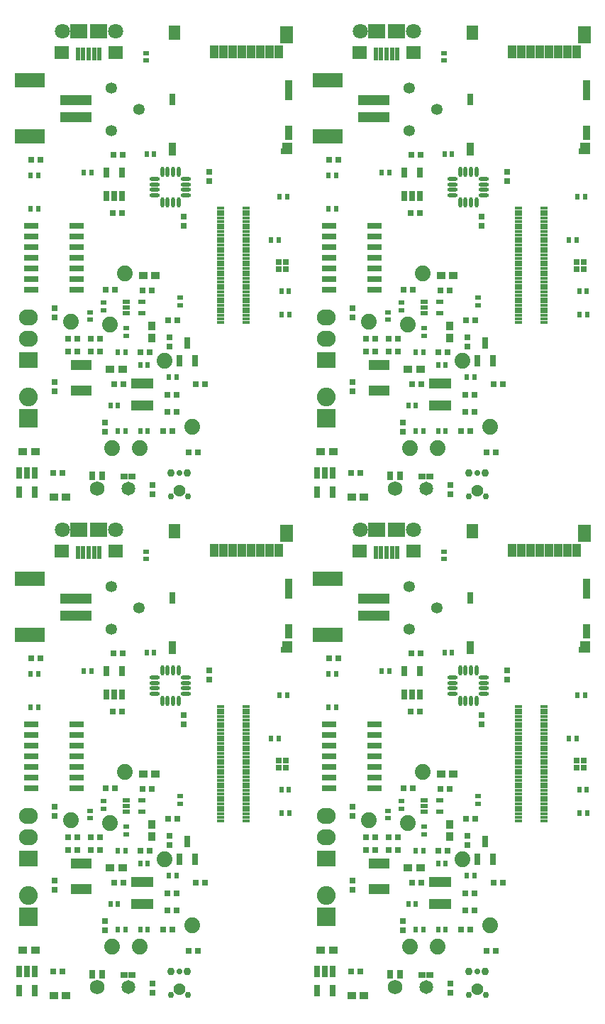
<source format=gbr>
G04 #@! TF.FileFunction,Soldermask,Top*
%FSLAX46Y46*%
G04 Gerber Fmt 4.6, Leading zero omitted, Abs format (unit mm)*
G04 Created by KiCad (PCBNEW 0.201601221447+6507~42~ubuntu15.10.1-product) date Fri 22 Jan 2016 07:17:07 PM EST*
%MOMM*%
G01*
G04 APERTURE LIST*
%ADD10C,0.100000*%
%ADD11R,2.103200X1.803200*%
%ADD12R,1.803200X1.603200*%
%ADD13R,0.603200X1.553200*%
%ADD14C,1.803200*%
%ADD15R,0.703200X0.803200*%
%ADD16R,0.603200X0.803200*%
%ADD17R,1.753200X0.803200*%
%ADD18R,0.803200X0.703200*%
%ADD19R,0.803200X1.003200*%
%ADD20C,1.753200*%
%ADD21R,0.853200X0.748200*%
%ADD22C,1.653200*%
%ADD23C,0.926200*%
%ADD24C,0.765200*%
%ADD25C,0.715200*%
%ADD26C,1.427200*%
%ADD27R,0.653200X0.653200*%
%ADD28R,2.235200X2.235200*%
%ADD29O,2.235200X2.235200*%
%ADD30R,0.803200X0.603200*%
%ADD31R,1.003200X1.603200*%
%ADD32R,1.553200X2.003200*%
%ADD33R,1.363200X1.703200*%
%ADD34R,0.853200X2.343200*%
%ADD35R,0.803200X1.353200*%
%ADD36R,0.853200X1.803200*%
%ADD37R,0.853200X1.503200*%
%ADD38R,1.303200X0.653200*%
%ADD39R,1.353200X0.653200*%
%ADD40O,1.203200X0.503200*%
%ADD41O,0.503200X1.203200*%
%ADD42R,3.599180X1.701800*%
%ADD43R,3.700780X1.198880*%
%ADD44C,1.353200*%
%ADD45R,0.703200X1.403200*%
%ADD46R,0.473200X1.203200*%
%ADD47C,1.883200*%
%ADD48R,0.803200X1.453200*%
%ADD49R,0.683200X1.193200*%
%ADD50R,0.973200X0.623200*%
%ADD51R,0.803200X1.303200*%
%ADD52R,1.003200X0.953200*%
%ADD53R,0.953200X1.003200*%
%ADD54R,2.235200X1.930400*%
%ADD55O,2.235200X1.930400*%
%ADD56R,0.903200X0.403200*%
G04 APERTURE END LIST*
D10*
D11*
X59112000Y-73398000D03*
X56712000Y-73398000D03*
D12*
X61112000Y-75898000D03*
X54712000Y-75898000D03*
D13*
X59212000Y-76073000D03*
X58562000Y-76073000D03*
X57912000Y-76073000D03*
X57262000Y-76073000D03*
X56612000Y-76073000D03*
D14*
X61087000Y-73398000D03*
X54737000Y-73398000D03*
D15*
X69215000Y-95462000D03*
X69215000Y-96562000D03*
X72263000Y-91228000D03*
X72263000Y-90128000D03*
D16*
X51885000Y-94488000D03*
X50985000Y-94488000D03*
D17*
X51021000Y-104140000D03*
X56421000Y-104140000D03*
X51021000Y-102870000D03*
X56421000Y-102870000D03*
X51021000Y-101600000D03*
X56421000Y-101600000D03*
X51021000Y-100330000D03*
X56421000Y-100330000D03*
X51021000Y-99060000D03*
X56421000Y-99060000D03*
X51021000Y-97790000D03*
X56421000Y-97790000D03*
X51021000Y-96520000D03*
X56421000Y-96520000D03*
D15*
X53848000Y-106384000D03*
X53848000Y-107484000D03*
D18*
X59902000Y-104140000D03*
X61002000Y-104140000D03*
D19*
X59513000Y-126365000D03*
X58293000Y-126365000D03*
D20*
X58903000Y-127885000D03*
D21*
X62136000Y-126411500D03*
X63086000Y-126411500D03*
D22*
X62611000Y-127889000D03*
D23*
X67741000Y-126040000D03*
D24*
X67692000Y-128777000D03*
X69722000Y-128777000D03*
D23*
X69673000Y-126040000D03*
D25*
X68707000Y-126040000D03*
D26*
X68707000Y-128143000D03*
D16*
X81806200Y-104368600D03*
X80906200Y-104368600D03*
X80587000Y-98247200D03*
X79687000Y-98247200D03*
X81831600Y-107111800D03*
X80931600Y-107111800D03*
D27*
X81400200Y-100895600D03*
X80550200Y-100895600D03*
X81400200Y-101745600D03*
X80550200Y-101745600D03*
D28*
X50673000Y-119507000D03*
D29*
X50673000Y-116967000D03*
D16*
X80703000Y-93091000D03*
X81603000Y-93091000D03*
D30*
X64770000Y-76846000D03*
X64770000Y-75946000D03*
D16*
X64828000Y-88011000D03*
X65728000Y-88011000D03*
D31*
X80600000Y-75819000D03*
X79500000Y-75819000D03*
X78400000Y-75819000D03*
X77300000Y-75819000D03*
X76200000Y-75819000D03*
X75100000Y-75819000D03*
X74000000Y-75819000D03*
X72900000Y-75819000D03*
D32*
X81490000Y-73769000D03*
D33*
X68170000Y-73519000D03*
D34*
X81815000Y-80399000D03*
D35*
X67890000Y-81494000D03*
D36*
X81815000Y-85479000D03*
D37*
X67915000Y-87419000D03*
D38*
X81590000Y-86984000D03*
D39*
X81565000Y-87644000D03*
D40*
X69510400Y-92918800D03*
X69510400Y-92268800D03*
X69510400Y-91618800D03*
X69510400Y-90968800D03*
D41*
X68635400Y-90093800D03*
D40*
X65810400Y-92918800D03*
D41*
X68635400Y-93793800D03*
X67985400Y-90093800D03*
X67335400Y-90093800D03*
X66685400Y-90093800D03*
D40*
X65810400Y-92268800D03*
X65810400Y-91618800D03*
X65810400Y-90968800D03*
D41*
X67985400Y-93793800D03*
X67335400Y-93793800D03*
X66685400Y-93793800D03*
D42*
X50838100Y-79220060D03*
D43*
X56388000Y-81569560D03*
X56388000Y-83566000D03*
D42*
X50838100Y-85915500D03*
D44*
X63880000Y-82677000D03*
X60580000Y-85177000D03*
X60580000Y-80177000D03*
D30*
X68834000Y-105112400D03*
X68834000Y-106012400D03*
D45*
X51496000Y-125984000D03*
X50546000Y-125984000D03*
X49596000Y-125984000D03*
X49596000Y-128334000D03*
X51496000Y-128334000D03*
D46*
X56023000Y-113156000D03*
X56023000Y-116206000D03*
X56523000Y-113156000D03*
X56523000Y-116206000D03*
X57023000Y-113156000D03*
X57023000Y-116206000D03*
X57523000Y-113156000D03*
X57523000Y-116206000D03*
X58023000Y-113156000D03*
X58023000Y-116206000D03*
D47*
X66929000Y-112649000D03*
X64008000Y-123063000D03*
X60706000Y-123063000D03*
X60452000Y-108331000D03*
X62230000Y-102235000D03*
X55753000Y-107950000D03*
X70231000Y-120523000D03*
D48*
X68712000Y-112649000D03*
X70612000Y-112649000D03*
X69662000Y-110499000D03*
D49*
X63343000Y-117983000D03*
X63993000Y-117983000D03*
X64643000Y-117983000D03*
X65293000Y-117983000D03*
X65293000Y-115393000D03*
X64643000Y-115393000D03*
X63993000Y-115393000D03*
X63343000Y-115393000D03*
D50*
X62362000Y-105649000D03*
X62362000Y-106299000D03*
X62362000Y-106949000D03*
X64262000Y-106949000D03*
X64262000Y-105649000D03*
D51*
X59984600Y-93040200D03*
X60934600Y-93040200D03*
X61884600Y-93040200D03*
X61884600Y-90240200D03*
X59984600Y-90240200D03*
D16*
X67495000Y-114554000D03*
X68395000Y-114554000D03*
X64066000Y-113157000D03*
X64966000Y-113157000D03*
X62299000Y-121031000D03*
X61399000Y-121031000D03*
D30*
X59690000Y-106622000D03*
X59690000Y-105722000D03*
D16*
X64966000Y-121031000D03*
X64066000Y-121031000D03*
D30*
X58039000Y-106865000D03*
X58039000Y-107765000D03*
X62357000Y-109670000D03*
X62357000Y-108770000D03*
D16*
X60510000Y-117983000D03*
X61410000Y-117983000D03*
X62299000Y-111633000D03*
X61399000Y-111633000D03*
X58235000Y-90170000D03*
X57335000Y-90170000D03*
X51885000Y-90551000D03*
X50985000Y-90551000D03*
D18*
X51012000Y-88646000D03*
X52112000Y-88646000D03*
D52*
X53733000Y-128905000D03*
X55233000Y-128905000D03*
D15*
X67564000Y-110913000D03*
X67564000Y-109813000D03*
D52*
X51550000Y-123444000D03*
X50050000Y-123444000D03*
D18*
X54779000Y-125984000D03*
X53679000Y-125984000D03*
D53*
X65405000Y-109970000D03*
X65405000Y-108470000D03*
D15*
X65532000Y-127466000D03*
X65532000Y-128566000D03*
D18*
X58124000Y-109982000D03*
X59224000Y-109982000D03*
X67268000Y-116713000D03*
X68368000Y-116713000D03*
X56557000Y-109982000D03*
X55457000Y-109982000D03*
X58124000Y-111506000D03*
X59224000Y-111506000D03*
X56557000Y-111506000D03*
X55457000Y-111506000D03*
X65193000Y-111633000D03*
X64093000Y-111633000D03*
X70697000Y-115443000D03*
X71797000Y-115443000D03*
X62018000Y-115443000D03*
X60918000Y-115443000D03*
D52*
X64389000Y-102489000D03*
X65889000Y-102489000D03*
X61964000Y-113665000D03*
X60464000Y-113665000D03*
D15*
X59817000Y-119973000D03*
X59817000Y-121073000D03*
X53848000Y-115147000D03*
X53848000Y-116247000D03*
D18*
X68495000Y-107823000D03*
X67395000Y-107823000D03*
X66760000Y-121031000D03*
X67860000Y-121031000D03*
X61891000Y-94996000D03*
X60791000Y-94996000D03*
X62001400Y-88112600D03*
X60901400Y-88112600D03*
X70908000Y-123571000D03*
X69808000Y-123571000D03*
X67268000Y-118745000D03*
X68368000Y-118745000D03*
D54*
X50673000Y-112522000D03*
D55*
X50673000Y-109982000D03*
X50673000Y-107442000D03*
D56*
X76708000Y-108044000D03*
X73628000Y-108044000D03*
X76708000Y-107644000D03*
X73628000Y-107644000D03*
X76708000Y-107244000D03*
X73628000Y-107244000D03*
X76708000Y-106844000D03*
X73628000Y-106844000D03*
X76708000Y-106444000D03*
X73628000Y-106444000D03*
X76708000Y-106044000D03*
X73628000Y-106044000D03*
X76708000Y-105644000D03*
X73628000Y-105644000D03*
X76708000Y-105244000D03*
X73628000Y-105244000D03*
X76708000Y-104844000D03*
X73628000Y-104844000D03*
X76708000Y-104444000D03*
X73628000Y-104444000D03*
X76708000Y-104044000D03*
X73628000Y-104044000D03*
X76708000Y-103644000D03*
X73628000Y-103644000D03*
X76708000Y-103244000D03*
X73628000Y-103244000D03*
X76708000Y-102844000D03*
X73628000Y-102844000D03*
X76708000Y-102444000D03*
X73628000Y-102444000D03*
X76708000Y-102044000D03*
X73628000Y-102044000D03*
X76708000Y-101644000D03*
X73628000Y-101644000D03*
X76708000Y-101244000D03*
X73628000Y-101244000D03*
X76708000Y-100844000D03*
X73628000Y-100844000D03*
X76708000Y-100444000D03*
X73628000Y-100444000D03*
X76708000Y-100044000D03*
X73628000Y-100044000D03*
X76708000Y-99644000D03*
X73628000Y-99644000D03*
X76708000Y-99244000D03*
X73628000Y-99244000D03*
X76708000Y-98844000D03*
X73628000Y-98844000D03*
X76708000Y-98444000D03*
X73628000Y-98444000D03*
X76708000Y-98044000D03*
X73628000Y-98044000D03*
X76708000Y-97644000D03*
X73628000Y-97644000D03*
X76708000Y-97244000D03*
X73628000Y-97244000D03*
X76708000Y-96844000D03*
X73628000Y-96844000D03*
X76708000Y-96444000D03*
X73628000Y-96444000D03*
X76708000Y-96044000D03*
X73628000Y-96044000D03*
X76708000Y-95644000D03*
X73628000Y-95644000D03*
X76708000Y-95244000D03*
X73628000Y-95244000D03*
X76708000Y-94844000D03*
X73628000Y-94844000D03*
X76708000Y-94444000D03*
X73628000Y-94444000D03*
D18*
X64347000Y-104267000D03*
X65447000Y-104267000D03*
D11*
X59112000Y-13962000D03*
X56712000Y-13962000D03*
D12*
X61112000Y-16462000D03*
X54712000Y-16462000D03*
D13*
X59212000Y-16637000D03*
X58562000Y-16637000D03*
X57912000Y-16637000D03*
X57262000Y-16637000D03*
X56612000Y-16637000D03*
D14*
X61087000Y-13962000D03*
X54737000Y-13962000D03*
D15*
X69215000Y-36026000D03*
X69215000Y-37126000D03*
X72263000Y-31792000D03*
X72263000Y-30692000D03*
D16*
X51885000Y-35052000D03*
X50985000Y-35052000D03*
D17*
X51021000Y-44704000D03*
X56421000Y-44704000D03*
X51021000Y-43434000D03*
X56421000Y-43434000D03*
X51021000Y-42164000D03*
X56421000Y-42164000D03*
X51021000Y-40894000D03*
X56421000Y-40894000D03*
X51021000Y-39624000D03*
X56421000Y-39624000D03*
X51021000Y-38354000D03*
X56421000Y-38354000D03*
X51021000Y-37084000D03*
X56421000Y-37084000D03*
D15*
X53848000Y-46948000D03*
X53848000Y-48048000D03*
D18*
X59902000Y-44704000D03*
X61002000Y-44704000D03*
D19*
X59513000Y-66929000D03*
X58293000Y-66929000D03*
D20*
X58903000Y-68449000D03*
D21*
X62136000Y-66975500D03*
X63086000Y-66975500D03*
D22*
X62611000Y-68453000D03*
D23*
X67741000Y-66604000D03*
D24*
X67692000Y-69341000D03*
X69722000Y-69341000D03*
D23*
X69673000Y-66604000D03*
D25*
X68707000Y-66604000D03*
D26*
X68707000Y-68707000D03*
D16*
X81806200Y-44932600D03*
X80906200Y-44932600D03*
X80587000Y-38811200D03*
X79687000Y-38811200D03*
X81831600Y-47675800D03*
X80931600Y-47675800D03*
D27*
X81400200Y-41459600D03*
X80550200Y-41459600D03*
X81400200Y-42309600D03*
X80550200Y-42309600D03*
D28*
X50673000Y-60071000D03*
D29*
X50673000Y-57531000D03*
D16*
X80703000Y-33655000D03*
X81603000Y-33655000D03*
D30*
X64770000Y-17410000D03*
X64770000Y-16510000D03*
D16*
X64828000Y-28575000D03*
X65728000Y-28575000D03*
D31*
X80600000Y-16383000D03*
X79500000Y-16383000D03*
X78400000Y-16383000D03*
X77300000Y-16383000D03*
X76200000Y-16383000D03*
X75100000Y-16383000D03*
X74000000Y-16383000D03*
X72900000Y-16383000D03*
D32*
X81490000Y-14333000D03*
D33*
X68170000Y-14083000D03*
D34*
X81815000Y-20963000D03*
D35*
X67890000Y-22058000D03*
D36*
X81815000Y-26043000D03*
D37*
X67915000Y-27983000D03*
D38*
X81590000Y-27548000D03*
D39*
X81565000Y-28208000D03*
D40*
X69510400Y-33482800D03*
X69510400Y-32832800D03*
X69510400Y-32182800D03*
X69510400Y-31532800D03*
D41*
X68635400Y-30657800D03*
D40*
X65810400Y-33482800D03*
D41*
X68635400Y-34357800D03*
X67985400Y-30657800D03*
X67335400Y-30657800D03*
X66685400Y-30657800D03*
D40*
X65810400Y-32832800D03*
X65810400Y-32182800D03*
X65810400Y-31532800D03*
D41*
X67985400Y-34357800D03*
X67335400Y-34357800D03*
X66685400Y-34357800D03*
D42*
X50838100Y-19784060D03*
D43*
X56388000Y-22133560D03*
X56388000Y-24130000D03*
D42*
X50838100Y-26479500D03*
D44*
X63880000Y-23241000D03*
X60580000Y-25741000D03*
X60580000Y-20741000D03*
D30*
X68834000Y-45676400D03*
X68834000Y-46576400D03*
D45*
X51496000Y-66548000D03*
X50546000Y-66548000D03*
X49596000Y-66548000D03*
X49596000Y-68898000D03*
X51496000Y-68898000D03*
D46*
X56023000Y-53720000D03*
X56023000Y-56770000D03*
X56523000Y-53720000D03*
X56523000Y-56770000D03*
X57023000Y-53720000D03*
X57023000Y-56770000D03*
X57523000Y-53720000D03*
X57523000Y-56770000D03*
X58023000Y-53720000D03*
X58023000Y-56770000D03*
D47*
X66929000Y-53213000D03*
X64008000Y-63627000D03*
X60706000Y-63627000D03*
X60452000Y-48895000D03*
X62230000Y-42799000D03*
X55753000Y-48514000D03*
X70231000Y-61087000D03*
D48*
X68712000Y-53213000D03*
X70612000Y-53213000D03*
X69662000Y-51063000D03*
D49*
X63343000Y-58547000D03*
X63993000Y-58547000D03*
X64643000Y-58547000D03*
X65293000Y-58547000D03*
X65293000Y-55957000D03*
X64643000Y-55957000D03*
X63993000Y-55957000D03*
X63343000Y-55957000D03*
D50*
X62362000Y-46213000D03*
X62362000Y-46863000D03*
X62362000Y-47513000D03*
X64262000Y-47513000D03*
X64262000Y-46213000D03*
D51*
X59984600Y-33604200D03*
X60934600Y-33604200D03*
X61884600Y-33604200D03*
X61884600Y-30804200D03*
X59984600Y-30804200D03*
D16*
X67495000Y-55118000D03*
X68395000Y-55118000D03*
X64066000Y-53721000D03*
X64966000Y-53721000D03*
X62299000Y-61595000D03*
X61399000Y-61595000D03*
D30*
X59690000Y-47186000D03*
X59690000Y-46286000D03*
D16*
X64966000Y-61595000D03*
X64066000Y-61595000D03*
D30*
X58039000Y-47429000D03*
X58039000Y-48329000D03*
X62357000Y-50234000D03*
X62357000Y-49334000D03*
D16*
X60510000Y-58547000D03*
X61410000Y-58547000D03*
X62299000Y-52197000D03*
X61399000Y-52197000D03*
X58235000Y-30734000D03*
X57335000Y-30734000D03*
X51885000Y-31115000D03*
X50985000Y-31115000D03*
D18*
X51012000Y-29210000D03*
X52112000Y-29210000D03*
D52*
X53733000Y-69469000D03*
X55233000Y-69469000D03*
D15*
X67564000Y-51477000D03*
X67564000Y-50377000D03*
D52*
X51550000Y-64008000D03*
X50050000Y-64008000D03*
D18*
X54779000Y-66548000D03*
X53679000Y-66548000D03*
D53*
X65405000Y-50534000D03*
X65405000Y-49034000D03*
D15*
X65532000Y-68030000D03*
X65532000Y-69130000D03*
D18*
X58124000Y-50546000D03*
X59224000Y-50546000D03*
X67268000Y-57277000D03*
X68368000Y-57277000D03*
X56557000Y-50546000D03*
X55457000Y-50546000D03*
X58124000Y-52070000D03*
X59224000Y-52070000D03*
X56557000Y-52070000D03*
X55457000Y-52070000D03*
X65193000Y-52197000D03*
X64093000Y-52197000D03*
X70697000Y-56007000D03*
X71797000Y-56007000D03*
X62018000Y-56007000D03*
X60918000Y-56007000D03*
D52*
X64389000Y-43053000D03*
X65889000Y-43053000D03*
X61964000Y-54229000D03*
X60464000Y-54229000D03*
D15*
X59817000Y-60537000D03*
X59817000Y-61637000D03*
X53848000Y-55711000D03*
X53848000Y-56811000D03*
D18*
X68495000Y-48387000D03*
X67395000Y-48387000D03*
X66760000Y-61595000D03*
X67860000Y-61595000D03*
X61891000Y-35560000D03*
X60791000Y-35560000D03*
X62001400Y-28676600D03*
X60901400Y-28676600D03*
X70908000Y-64135000D03*
X69808000Y-64135000D03*
X67268000Y-59309000D03*
X68368000Y-59309000D03*
D54*
X50673000Y-53086000D03*
D55*
X50673000Y-50546000D03*
X50673000Y-48006000D03*
D56*
X76708000Y-48608000D03*
X73628000Y-48608000D03*
X76708000Y-48208000D03*
X73628000Y-48208000D03*
X76708000Y-47808000D03*
X73628000Y-47808000D03*
X76708000Y-47408000D03*
X73628000Y-47408000D03*
X76708000Y-47008000D03*
X73628000Y-47008000D03*
X76708000Y-46608000D03*
X73628000Y-46608000D03*
X76708000Y-46208000D03*
X73628000Y-46208000D03*
X76708000Y-45808000D03*
X73628000Y-45808000D03*
X76708000Y-45408000D03*
X73628000Y-45408000D03*
X76708000Y-45008000D03*
X73628000Y-45008000D03*
X76708000Y-44608000D03*
X73628000Y-44608000D03*
X76708000Y-44208000D03*
X73628000Y-44208000D03*
X76708000Y-43808000D03*
X73628000Y-43808000D03*
X76708000Y-43408000D03*
X73628000Y-43408000D03*
X76708000Y-43008000D03*
X73628000Y-43008000D03*
X76708000Y-42608000D03*
X73628000Y-42608000D03*
X76708000Y-42208000D03*
X73628000Y-42208000D03*
X76708000Y-41808000D03*
X73628000Y-41808000D03*
X76708000Y-41408000D03*
X73628000Y-41408000D03*
X76708000Y-41008000D03*
X73628000Y-41008000D03*
X76708000Y-40608000D03*
X73628000Y-40608000D03*
X76708000Y-40208000D03*
X73628000Y-40208000D03*
X76708000Y-39808000D03*
X73628000Y-39808000D03*
X76708000Y-39408000D03*
X73628000Y-39408000D03*
X76708000Y-39008000D03*
X73628000Y-39008000D03*
X76708000Y-38608000D03*
X73628000Y-38608000D03*
X76708000Y-38208000D03*
X73628000Y-38208000D03*
X76708000Y-37808000D03*
X73628000Y-37808000D03*
X76708000Y-37408000D03*
X73628000Y-37408000D03*
X76708000Y-37008000D03*
X73628000Y-37008000D03*
X76708000Y-36608000D03*
X73628000Y-36608000D03*
X76708000Y-36208000D03*
X73628000Y-36208000D03*
X76708000Y-35808000D03*
X73628000Y-35808000D03*
X76708000Y-35408000D03*
X73628000Y-35408000D03*
X76708000Y-35008000D03*
X73628000Y-35008000D03*
D18*
X64347000Y-44831000D03*
X65447000Y-44831000D03*
D11*
X23552000Y-73398000D03*
X21152000Y-73398000D03*
D12*
X25552000Y-75898000D03*
X19152000Y-75898000D03*
D13*
X23652000Y-76073000D03*
X23002000Y-76073000D03*
X22352000Y-76073000D03*
X21702000Y-76073000D03*
X21052000Y-76073000D03*
D14*
X25527000Y-73398000D03*
X19177000Y-73398000D03*
D15*
X33655000Y-95462000D03*
X33655000Y-96562000D03*
X36703000Y-91228000D03*
X36703000Y-90128000D03*
D16*
X16325000Y-94488000D03*
X15425000Y-94488000D03*
D17*
X15461000Y-104140000D03*
X20861000Y-104140000D03*
X15461000Y-102870000D03*
X20861000Y-102870000D03*
X15461000Y-101600000D03*
X20861000Y-101600000D03*
X15461000Y-100330000D03*
X20861000Y-100330000D03*
X15461000Y-99060000D03*
X20861000Y-99060000D03*
X15461000Y-97790000D03*
X20861000Y-97790000D03*
X15461000Y-96520000D03*
X20861000Y-96520000D03*
D15*
X18288000Y-106384000D03*
X18288000Y-107484000D03*
D18*
X24342000Y-104140000D03*
X25442000Y-104140000D03*
D19*
X23953000Y-126365000D03*
X22733000Y-126365000D03*
D20*
X23343000Y-127885000D03*
D21*
X26576000Y-126411500D03*
X27526000Y-126411500D03*
D22*
X27051000Y-127889000D03*
D23*
X32181000Y-126040000D03*
D24*
X32132000Y-128777000D03*
X34162000Y-128777000D03*
D23*
X34113000Y-126040000D03*
D25*
X33147000Y-126040000D03*
D26*
X33147000Y-128143000D03*
D16*
X46246200Y-104368600D03*
X45346200Y-104368600D03*
X45027000Y-98247200D03*
X44127000Y-98247200D03*
X46271600Y-107111800D03*
X45371600Y-107111800D03*
D27*
X45840200Y-100895600D03*
X44990200Y-100895600D03*
X45840200Y-101745600D03*
X44990200Y-101745600D03*
D28*
X15113000Y-119507000D03*
D29*
X15113000Y-116967000D03*
D16*
X45143000Y-93091000D03*
X46043000Y-93091000D03*
D30*
X29210000Y-76846000D03*
X29210000Y-75946000D03*
D16*
X29268000Y-88011000D03*
X30168000Y-88011000D03*
D31*
X45040000Y-75819000D03*
X43940000Y-75819000D03*
X42840000Y-75819000D03*
X41740000Y-75819000D03*
X40640000Y-75819000D03*
X39540000Y-75819000D03*
X38440000Y-75819000D03*
X37340000Y-75819000D03*
D32*
X45930000Y-73769000D03*
D33*
X32610000Y-73519000D03*
D34*
X46255000Y-80399000D03*
D35*
X32330000Y-81494000D03*
D36*
X46255000Y-85479000D03*
D37*
X32355000Y-87419000D03*
D38*
X46030000Y-86984000D03*
D39*
X46005000Y-87644000D03*
D40*
X33950400Y-92918800D03*
X33950400Y-92268800D03*
X33950400Y-91618800D03*
X33950400Y-90968800D03*
D41*
X33075400Y-90093800D03*
D40*
X30250400Y-92918800D03*
D41*
X33075400Y-93793800D03*
X32425400Y-90093800D03*
X31775400Y-90093800D03*
X31125400Y-90093800D03*
D40*
X30250400Y-92268800D03*
X30250400Y-91618800D03*
X30250400Y-90968800D03*
D41*
X32425400Y-93793800D03*
X31775400Y-93793800D03*
X31125400Y-93793800D03*
D42*
X15278100Y-79220060D03*
D43*
X20828000Y-81569560D03*
X20828000Y-83566000D03*
D42*
X15278100Y-85915500D03*
D44*
X28320000Y-82677000D03*
X25020000Y-85177000D03*
X25020000Y-80177000D03*
D30*
X33274000Y-105112400D03*
X33274000Y-106012400D03*
D45*
X15936000Y-125984000D03*
X14986000Y-125984000D03*
X14036000Y-125984000D03*
X14036000Y-128334000D03*
X15936000Y-128334000D03*
D46*
X20463000Y-113156000D03*
X20463000Y-116206000D03*
X20963000Y-113156000D03*
X20963000Y-116206000D03*
X21463000Y-113156000D03*
X21463000Y-116206000D03*
X21963000Y-113156000D03*
X21963000Y-116206000D03*
X22463000Y-113156000D03*
X22463000Y-116206000D03*
D47*
X31369000Y-112649000D03*
X28448000Y-123063000D03*
X25146000Y-123063000D03*
X24892000Y-108331000D03*
X26670000Y-102235000D03*
X20193000Y-107950000D03*
X34671000Y-120523000D03*
D48*
X33152000Y-112649000D03*
X35052000Y-112649000D03*
X34102000Y-110499000D03*
D49*
X27783000Y-117983000D03*
X28433000Y-117983000D03*
X29083000Y-117983000D03*
X29733000Y-117983000D03*
X29733000Y-115393000D03*
X29083000Y-115393000D03*
X28433000Y-115393000D03*
X27783000Y-115393000D03*
D50*
X26802000Y-105649000D03*
X26802000Y-106299000D03*
X26802000Y-106949000D03*
X28702000Y-106949000D03*
X28702000Y-105649000D03*
D51*
X24424600Y-93040200D03*
X25374600Y-93040200D03*
X26324600Y-93040200D03*
X26324600Y-90240200D03*
X24424600Y-90240200D03*
D16*
X31935000Y-114554000D03*
X32835000Y-114554000D03*
X28506000Y-113157000D03*
X29406000Y-113157000D03*
X26739000Y-121031000D03*
X25839000Y-121031000D03*
D30*
X24130000Y-106622000D03*
X24130000Y-105722000D03*
D16*
X29406000Y-121031000D03*
X28506000Y-121031000D03*
D30*
X22479000Y-106865000D03*
X22479000Y-107765000D03*
X26797000Y-109670000D03*
X26797000Y-108770000D03*
D16*
X24950000Y-117983000D03*
X25850000Y-117983000D03*
X26739000Y-111633000D03*
X25839000Y-111633000D03*
X22675000Y-90170000D03*
X21775000Y-90170000D03*
X16325000Y-90551000D03*
X15425000Y-90551000D03*
D18*
X15452000Y-88646000D03*
X16552000Y-88646000D03*
D52*
X18173000Y-128905000D03*
X19673000Y-128905000D03*
D15*
X32004000Y-110913000D03*
X32004000Y-109813000D03*
D52*
X15990000Y-123444000D03*
X14490000Y-123444000D03*
D18*
X19219000Y-125984000D03*
X18119000Y-125984000D03*
D53*
X29845000Y-109970000D03*
X29845000Y-108470000D03*
D15*
X29972000Y-127466000D03*
X29972000Y-128566000D03*
D18*
X22564000Y-109982000D03*
X23664000Y-109982000D03*
X31708000Y-116713000D03*
X32808000Y-116713000D03*
X20997000Y-109982000D03*
X19897000Y-109982000D03*
X22564000Y-111506000D03*
X23664000Y-111506000D03*
X20997000Y-111506000D03*
X19897000Y-111506000D03*
X29633000Y-111633000D03*
X28533000Y-111633000D03*
X35137000Y-115443000D03*
X36237000Y-115443000D03*
X26458000Y-115443000D03*
X25358000Y-115443000D03*
D52*
X28829000Y-102489000D03*
X30329000Y-102489000D03*
X26404000Y-113665000D03*
X24904000Y-113665000D03*
D15*
X24257000Y-119973000D03*
X24257000Y-121073000D03*
X18288000Y-115147000D03*
X18288000Y-116247000D03*
D18*
X32935000Y-107823000D03*
X31835000Y-107823000D03*
X31200000Y-121031000D03*
X32300000Y-121031000D03*
X26331000Y-94996000D03*
X25231000Y-94996000D03*
X26441400Y-88112600D03*
X25341400Y-88112600D03*
X35348000Y-123571000D03*
X34248000Y-123571000D03*
X31708000Y-118745000D03*
X32808000Y-118745000D03*
D54*
X15113000Y-112522000D03*
D55*
X15113000Y-109982000D03*
X15113000Y-107442000D03*
D56*
X41148000Y-108044000D03*
X38068000Y-108044000D03*
X41148000Y-107644000D03*
X38068000Y-107644000D03*
X41148000Y-107244000D03*
X38068000Y-107244000D03*
X41148000Y-106844000D03*
X38068000Y-106844000D03*
X41148000Y-106444000D03*
X38068000Y-106444000D03*
X41148000Y-106044000D03*
X38068000Y-106044000D03*
X41148000Y-105644000D03*
X38068000Y-105644000D03*
X41148000Y-105244000D03*
X38068000Y-105244000D03*
X41148000Y-104844000D03*
X38068000Y-104844000D03*
X41148000Y-104444000D03*
X38068000Y-104444000D03*
X41148000Y-104044000D03*
X38068000Y-104044000D03*
X41148000Y-103644000D03*
X38068000Y-103644000D03*
X41148000Y-103244000D03*
X38068000Y-103244000D03*
X41148000Y-102844000D03*
X38068000Y-102844000D03*
X41148000Y-102444000D03*
X38068000Y-102444000D03*
X41148000Y-102044000D03*
X38068000Y-102044000D03*
X41148000Y-101644000D03*
X38068000Y-101644000D03*
X41148000Y-101244000D03*
X38068000Y-101244000D03*
X41148000Y-100844000D03*
X38068000Y-100844000D03*
X41148000Y-100444000D03*
X38068000Y-100444000D03*
X41148000Y-100044000D03*
X38068000Y-100044000D03*
X41148000Y-99644000D03*
X38068000Y-99644000D03*
X41148000Y-99244000D03*
X38068000Y-99244000D03*
X41148000Y-98844000D03*
X38068000Y-98844000D03*
X41148000Y-98444000D03*
X38068000Y-98444000D03*
X41148000Y-98044000D03*
X38068000Y-98044000D03*
X41148000Y-97644000D03*
X38068000Y-97644000D03*
X41148000Y-97244000D03*
X38068000Y-97244000D03*
X41148000Y-96844000D03*
X38068000Y-96844000D03*
X41148000Y-96444000D03*
X38068000Y-96444000D03*
X41148000Y-96044000D03*
X38068000Y-96044000D03*
X41148000Y-95644000D03*
X38068000Y-95644000D03*
X41148000Y-95244000D03*
X38068000Y-95244000D03*
X41148000Y-94844000D03*
X38068000Y-94844000D03*
X41148000Y-94444000D03*
X38068000Y-94444000D03*
D18*
X28787000Y-104267000D03*
X29887000Y-104267000D03*
X28787000Y-44831000D03*
X29887000Y-44831000D03*
D56*
X41148000Y-48608000D03*
X38068000Y-48608000D03*
X41148000Y-48208000D03*
X38068000Y-48208000D03*
X41148000Y-47808000D03*
X38068000Y-47808000D03*
X41148000Y-47408000D03*
X38068000Y-47408000D03*
X41148000Y-47008000D03*
X38068000Y-47008000D03*
X41148000Y-46608000D03*
X38068000Y-46608000D03*
X41148000Y-46208000D03*
X38068000Y-46208000D03*
X41148000Y-45808000D03*
X38068000Y-45808000D03*
X41148000Y-45408000D03*
X38068000Y-45408000D03*
X41148000Y-45008000D03*
X38068000Y-45008000D03*
X41148000Y-44608000D03*
X38068000Y-44608000D03*
X41148000Y-44208000D03*
X38068000Y-44208000D03*
X41148000Y-43808000D03*
X38068000Y-43808000D03*
X41148000Y-43408000D03*
X38068000Y-43408000D03*
X41148000Y-43008000D03*
X38068000Y-43008000D03*
X41148000Y-42608000D03*
X38068000Y-42608000D03*
X41148000Y-42208000D03*
X38068000Y-42208000D03*
X41148000Y-41808000D03*
X38068000Y-41808000D03*
X41148000Y-41408000D03*
X38068000Y-41408000D03*
X41148000Y-41008000D03*
X38068000Y-41008000D03*
X41148000Y-40608000D03*
X38068000Y-40608000D03*
X41148000Y-40208000D03*
X38068000Y-40208000D03*
X41148000Y-39808000D03*
X38068000Y-39808000D03*
X41148000Y-39408000D03*
X38068000Y-39408000D03*
X41148000Y-39008000D03*
X38068000Y-39008000D03*
X41148000Y-38608000D03*
X38068000Y-38608000D03*
X41148000Y-38208000D03*
X38068000Y-38208000D03*
X41148000Y-37808000D03*
X38068000Y-37808000D03*
X41148000Y-37408000D03*
X38068000Y-37408000D03*
X41148000Y-37008000D03*
X38068000Y-37008000D03*
X41148000Y-36608000D03*
X38068000Y-36608000D03*
X41148000Y-36208000D03*
X38068000Y-36208000D03*
X41148000Y-35808000D03*
X38068000Y-35808000D03*
X41148000Y-35408000D03*
X38068000Y-35408000D03*
X41148000Y-35008000D03*
X38068000Y-35008000D03*
D54*
X15113000Y-53086000D03*
D55*
X15113000Y-50546000D03*
X15113000Y-48006000D03*
D18*
X31708000Y-59309000D03*
X32808000Y-59309000D03*
X35348000Y-64135000D03*
X34248000Y-64135000D03*
X26441400Y-28676600D03*
X25341400Y-28676600D03*
X26331000Y-35560000D03*
X25231000Y-35560000D03*
X31200000Y-61595000D03*
X32300000Y-61595000D03*
X32935000Y-48387000D03*
X31835000Y-48387000D03*
D15*
X18288000Y-55711000D03*
X18288000Y-56811000D03*
X24257000Y-60537000D03*
X24257000Y-61637000D03*
D52*
X26404000Y-54229000D03*
X24904000Y-54229000D03*
X28829000Y-43053000D03*
X30329000Y-43053000D03*
D18*
X26458000Y-56007000D03*
X25358000Y-56007000D03*
X35137000Y-56007000D03*
X36237000Y-56007000D03*
X29633000Y-52197000D03*
X28533000Y-52197000D03*
X20997000Y-52070000D03*
X19897000Y-52070000D03*
X22564000Y-52070000D03*
X23664000Y-52070000D03*
X20997000Y-50546000D03*
X19897000Y-50546000D03*
X31708000Y-57277000D03*
X32808000Y-57277000D03*
X22564000Y-50546000D03*
X23664000Y-50546000D03*
D15*
X29972000Y-68030000D03*
X29972000Y-69130000D03*
D53*
X29845000Y-50534000D03*
X29845000Y-49034000D03*
D18*
X19219000Y-66548000D03*
X18119000Y-66548000D03*
D52*
X15990000Y-64008000D03*
X14490000Y-64008000D03*
D15*
X32004000Y-51477000D03*
X32004000Y-50377000D03*
D52*
X18173000Y-69469000D03*
X19673000Y-69469000D03*
D18*
X15452000Y-29210000D03*
X16552000Y-29210000D03*
D16*
X16325000Y-31115000D03*
X15425000Y-31115000D03*
X22675000Y-30734000D03*
X21775000Y-30734000D03*
X26739000Y-52197000D03*
X25839000Y-52197000D03*
X24950000Y-58547000D03*
X25850000Y-58547000D03*
D30*
X26797000Y-50234000D03*
X26797000Y-49334000D03*
X22479000Y-47429000D03*
X22479000Y-48329000D03*
D16*
X29406000Y-61595000D03*
X28506000Y-61595000D03*
D30*
X24130000Y-47186000D03*
X24130000Y-46286000D03*
D16*
X26739000Y-61595000D03*
X25839000Y-61595000D03*
X28506000Y-53721000D03*
X29406000Y-53721000D03*
X31935000Y-55118000D03*
X32835000Y-55118000D03*
D51*
X24424600Y-33604200D03*
X25374600Y-33604200D03*
X26324600Y-33604200D03*
X26324600Y-30804200D03*
X24424600Y-30804200D03*
D50*
X26802000Y-46213000D03*
X26802000Y-46863000D03*
X26802000Y-47513000D03*
X28702000Y-47513000D03*
X28702000Y-46213000D03*
D49*
X27783000Y-58547000D03*
X28433000Y-58547000D03*
X29083000Y-58547000D03*
X29733000Y-58547000D03*
X29733000Y-55957000D03*
X29083000Y-55957000D03*
X28433000Y-55957000D03*
X27783000Y-55957000D03*
D48*
X33152000Y-53213000D03*
X35052000Y-53213000D03*
X34102000Y-51063000D03*
D47*
X34671000Y-61087000D03*
X20193000Y-48514000D03*
X26670000Y-42799000D03*
X24892000Y-48895000D03*
X25146000Y-63627000D03*
X28448000Y-63627000D03*
X31369000Y-53213000D03*
D46*
X20463000Y-53720000D03*
X20463000Y-56770000D03*
X20963000Y-53720000D03*
X20963000Y-56770000D03*
X21463000Y-53720000D03*
X21463000Y-56770000D03*
X21963000Y-53720000D03*
X21963000Y-56770000D03*
X22463000Y-53720000D03*
X22463000Y-56770000D03*
D45*
X15936000Y-66548000D03*
X14986000Y-66548000D03*
X14036000Y-66548000D03*
X14036000Y-68898000D03*
X15936000Y-68898000D03*
D30*
X33274000Y-45676400D03*
X33274000Y-46576400D03*
D44*
X28320000Y-23241000D03*
X25020000Y-25741000D03*
X25020000Y-20741000D03*
D42*
X15278100Y-19784060D03*
D43*
X20828000Y-22133560D03*
X20828000Y-24130000D03*
D42*
X15278100Y-26479500D03*
D40*
X33950400Y-33482800D03*
X33950400Y-32832800D03*
X33950400Y-32182800D03*
X33950400Y-31532800D03*
D41*
X33075400Y-30657800D03*
D40*
X30250400Y-33482800D03*
D41*
X33075400Y-34357800D03*
X32425400Y-30657800D03*
X31775400Y-30657800D03*
X31125400Y-30657800D03*
D40*
X30250400Y-32832800D03*
X30250400Y-32182800D03*
X30250400Y-31532800D03*
D41*
X32425400Y-34357800D03*
X31775400Y-34357800D03*
X31125400Y-34357800D03*
D31*
X45040000Y-16383000D03*
X43940000Y-16383000D03*
X42840000Y-16383000D03*
X41740000Y-16383000D03*
X40640000Y-16383000D03*
X39540000Y-16383000D03*
X38440000Y-16383000D03*
X37340000Y-16383000D03*
D32*
X45930000Y-14333000D03*
D33*
X32610000Y-14083000D03*
D34*
X46255000Y-20963000D03*
D35*
X32330000Y-22058000D03*
D36*
X46255000Y-26043000D03*
D37*
X32355000Y-27983000D03*
D38*
X46030000Y-27548000D03*
D39*
X46005000Y-28208000D03*
D16*
X29268000Y-28575000D03*
X30168000Y-28575000D03*
D30*
X29210000Y-17410000D03*
X29210000Y-16510000D03*
D16*
X45143000Y-33655000D03*
X46043000Y-33655000D03*
D28*
X15113000Y-60071000D03*
D29*
X15113000Y-57531000D03*
D27*
X45840200Y-41459600D03*
X44990200Y-41459600D03*
X45840200Y-42309600D03*
X44990200Y-42309600D03*
D16*
X46271600Y-47675800D03*
X45371600Y-47675800D03*
X45027000Y-38811200D03*
X44127000Y-38811200D03*
X46246200Y-44932600D03*
X45346200Y-44932600D03*
D23*
X32181000Y-66604000D03*
D24*
X32132000Y-69341000D03*
X34162000Y-69341000D03*
D23*
X34113000Y-66604000D03*
D25*
X33147000Y-66604000D03*
D26*
X33147000Y-68707000D03*
D21*
X26576000Y-66975500D03*
X27526000Y-66975500D03*
D22*
X27051000Y-68453000D03*
D19*
X23953000Y-66929000D03*
X22733000Y-66929000D03*
D20*
X23343000Y-68449000D03*
D18*
X24342000Y-44704000D03*
X25442000Y-44704000D03*
D15*
X18288000Y-46948000D03*
X18288000Y-48048000D03*
D17*
X15461000Y-44704000D03*
X20861000Y-44704000D03*
X15461000Y-43434000D03*
X20861000Y-43434000D03*
X15461000Y-42164000D03*
X20861000Y-42164000D03*
X15461000Y-40894000D03*
X20861000Y-40894000D03*
X15461000Y-39624000D03*
X20861000Y-39624000D03*
X15461000Y-38354000D03*
X20861000Y-38354000D03*
X15461000Y-37084000D03*
X20861000Y-37084000D03*
D16*
X16325000Y-35052000D03*
X15425000Y-35052000D03*
D15*
X36703000Y-31792000D03*
X36703000Y-30692000D03*
X33655000Y-36026000D03*
X33655000Y-37126000D03*
D11*
X23552000Y-13962000D03*
X21152000Y-13962000D03*
D12*
X25552000Y-16462000D03*
X19152000Y-16462000D03*
D13*
X23652000Y-16637000D03*
X23002000Y-16637000D03*
X22352000Y-16637000D03*
X21702000Y-16637000D03*
X21052000Y-16637000D03*
D14*
X25527000Y-13962000D03*
X19177000Y-13962000D03*
M02*

</source>
